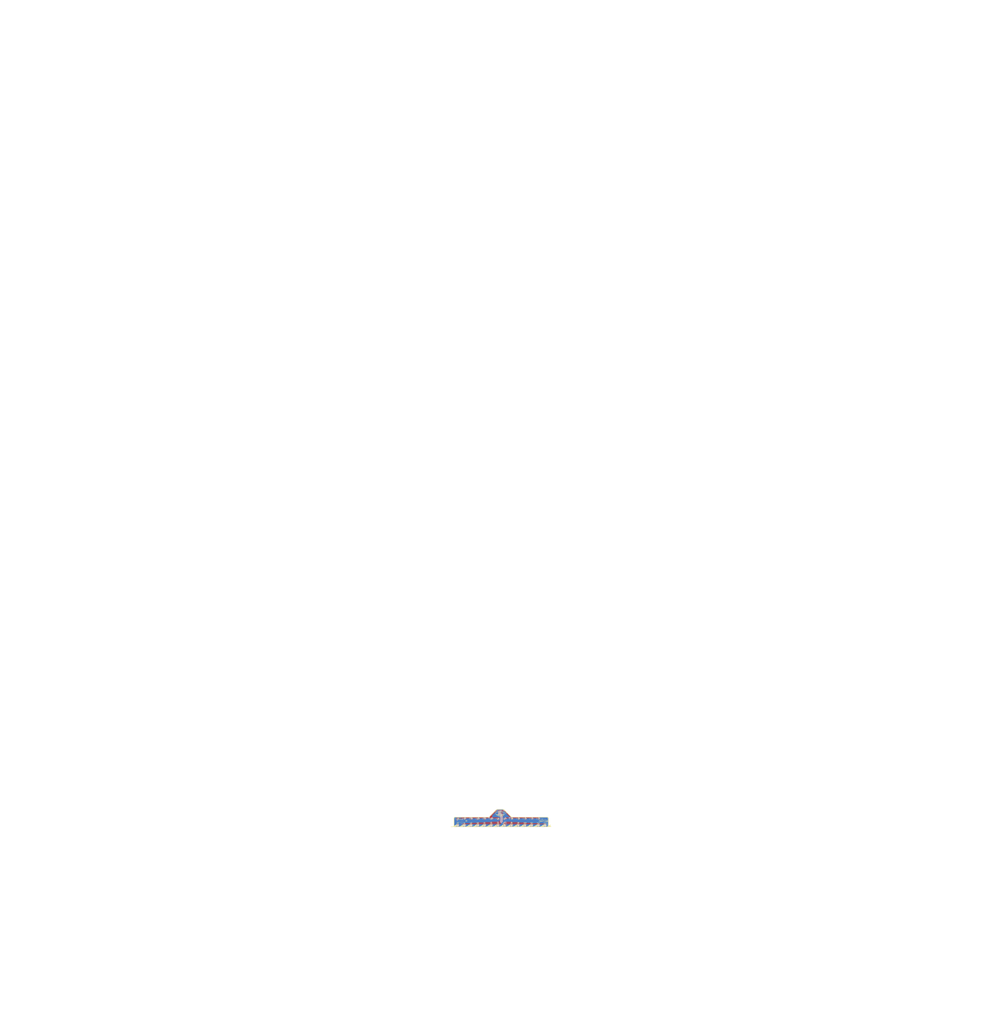
<source format=kicad_pcb>
(kicad_pcb
	(version 20240108)
	(generator "pcbnew")
	(generator_version "8.0")
	(general
		(thickness 1.6)
		(legacy_teardrops no)
	)
	(paper "A4")
	(layers
		(0 "F.Cu" signal)
		(31 "B.Cu" signal)
		(32 "B.Adhes" user "B.Adhesive")
		(33 "F.Adhes" user "F.Adhesive")
		(34 "B.Paste" user)
		(35 "F.Paste" user)
		(36 "B.SilkS" user "B.Silkscreen")
		(37 "F.SilkS" user "F.Silkscreen")
		(38 "B.Mask" user)
		(39 "F.Mask" user)
		(40 "Dwgs.User" user "User.Drawings")
		(41 "Cmts.User" user "User.Comments")
		(42 "Eco1.User" user "User.Eco1")
		(43 "Eco2.User" user "User.Eco2")
		(44 "Edge.Cuts" user)
		(45 "Margin" user)
		(46 "B.CrtYd" user "B.Courtyard")
		(47 "F.CrtYd" user "F.Courtyard")
		(48 "B.Fab" user)
		(49 "F.Fab" user)
		(50 "User.1" user)
		(51 "User.2" user)
		(52 "User.3" user)
		(53 "User.4" user)
		(54 "User.5" user)
		(55 "User.6" user)
		(56 "User.7" user)
		(57 "User.8" user)
		(58 "User.9" user)
	)
	(setup
		(stackup
			(layer "F.SilkS"
				(type "Top Silk Screen")
			)
			(layer "F.Paste"
				(type "Top Solder Paste")
			)
			(layer "F.Mask"
				(type "Top Solder Mask")
				(thickness 0.01)
			)
			(layer "F.Cu"
				(type "copper")
				(thickness 0.035)
			)
			(layer "dielectric 1"
				(type "core")
				(thickness 1.51)
				(material "FR4")
				(epsilon_r 4.5)
				(loss_tangent 0.02)
			)
			(layer "B.Cu"
				(type "copper")
				(thickness 0.035)
			)
			(layer "B.Mask"
				(type "Bottom Solder Mask")
				(thickness 0.01)
			)
			(layer "B.Paste"
				(type "Bottom Solder Paste")
			)
			(layer "B.SilkS"
				(type "Bottom Silk Screen")
			)
			(copper_finish "None")
			(dielectric_constraints no)
		)
		(pad_to_mask_clearance 0)
		(allow_soldermask_bridges_in_footprints no)
		(pcbplotparams
			(layerselection 0x00010fc_ffffffff)
			(plot_on_all_layers_selection 0x0000000_00000000)
			(disableapertmacros no)
			(usegerberextensions no)
			(usegerberattributes yes)
			(usegerberadvancedattributes yes)
			(creategerberjobfile yes)
			(dashed_line_dash_ratio 12.000000)
			(dashed_line_gap_ratio 3.000000)
			(svgprecision 4)
			(plotframeref no)
			(viasonmask no)
			(mode 1)
			(useauxorigin yes)
			(hpglpennumber 1)
			(hpglpenspeed 20)
			(hpglpendiameter 15.000000)
			(pdf_front_fp_property_popups yes)
			(pdf_back_fp_property_popups yes)
			(dxfpolygonmode yes)
			(dxfimperialunits yes)
			(dxfusepcbnewfont yes)
			(psnegative no)
			(psa4output no)
			(plotreference yes)
			(plotvalue yes)
			(plotfptext yes)
			(plotinvisibletext no)
			(sketchpadsonfab no)
			(subtractmaskfromsilk no)
			(outputformat 1)
			(mirror no)
			(drillshape 0)
			(scaleselection 1)
			(outputdirectory "./gerber")
		)
	)
	(net 0 "")
	(net 1 "GND")
	(net 2 "unconnected-(U3-ALERT-Pad3)")
	(net 3 "/SDA")
	(net 4 "+3V3")
	(net 5 "/SCL")
	(net 6 "unconnected-(U6-ALERT-Pad3)")
	(net 7 "unconnected-(U7-ALERT-Pad3)")
	(net 8 "unconnected-(U1-ALERT-Pad3)")
	(net 9 "unconnected-(U2-ALERT-Pad3)")
	(net 10 "unconnected-(U4-ALERT-Pad3)")
	(net 11 "unconnected-(U5-ALERT-Pad3)")
	(net 12 "unconnected-(U8-ALERT-Pad3)")
	(net 13 "unconnected-(U9-ALERT-Pad3)")
	(net 14 "unconnected-(U10-ALERT-Pad3)")
	(net 15 "unconnected-(U11-ALERT-Pad3)")
	(net 16 "unconnected-(U12-ALERT-Pad3)")
	(net 17 "Net-(J0-Pin_13)")
	(net 18 "Net-(J0-Pin_8)")
	(net 19 "Net-(J0-Pin_17)")
	(net 20 "Net-(J0-Pin_7)")
	(net 21 "Net-(J0-Pin_15)")
	(net 22 "Net-(J0-Pin_20)")
	(net 23 "Net-(J0-Pin_12)")
	(net 24 "Net-(J0-Pin_9)")
	(net 25 "Net-(J0-Pin_11)")
	(net 26 "Net-(J0-Pin_10)")
	(net 27 "Net-(J0-Pin_14)")
	(net 28 "Net-(J0-Pin_16)")
	(net 29 "Net-(J0-Pin_19)")
	(net 30 "Net-(J0-Pin_18)")
	(net 31 "unconnected-(U0-ALERT-Pad3)")
	(net 32 "Net-(H0-Pad1)")
	(net 33 "/SDA_SW")
	(footprint "Capacitor_SMD:C_0603_1608Metric" (layer "F.Cu") (at 76.09 91.36 -90))
	(footprint "Capacitor_SMD:C_0603_1608Metric" (layer "F.Cu") (at 102.06 91.39 -90))
	(footprint "Capacitor_SMD:C_0603_1608Metric" (layer "F.Cu") (at 115.68 91.4 -90))
	(footprint "Capacitor_SMD:C_0603_1608Metric" (layer "F.Cu") (at 89.29 91.36 -90))
	(footprint "Capacitor_SMD:C_0603_1608Metric" (layer "F.Cu") (at 155.29 91.36 -90))
	(footprint "Capacitor_SMD:C_0603_1608Metric" (layer "F.Cu") (at 128.88 91.375 -90))
	(footprint "Capacitor_SMD:C_0603_1608Metric" (layer "F.Cu") (at 194.89 91.36 -90))
	(footprint "Package_DIP:DIP-4_W7.62mm_SMDSocket_SmallPads" (layer "F.Cu") (at 69.95 95.46))
	(footprint "Capacitor_SMD:C_0603_1608Metric" (layer "F.Cu") (at 142.08 91.4 -90))
	(footprint "Capacitor_SMD:C_0603_1608Metric" (layer "F.Cu") (at 208.09 91.36 -90))
	(footprint "Capacitor_SMD:C_0603_1608Metric" (layer "F.Cu") (at 62.89 91.36 -90))
	(footprint "Capacitor_SMD:C_0603_1608Metric" (layer "F.Cu") (at 221.29 91.36 -90))
	(footprint "FaSTTUBe_logos:FTLogo_small" (layer "F.Cu") (at 233.27 93.98))
	(footprint "Capacitor_SMD:C_0603_1608Metric" (layer "F.Cu") (at 181.69 91.36 -90))
	(footprint "Capacitor_SMD:C_0603_1608Metric" (layer "F.Cu") (at 168.49 91.36 -90))
	(footprint "Package_SON:WSON-8-1EP_2x2mm_P0.5mm_EP0.9x1.6mm_ThermalVias" (layer "B.Cu") (at 158.49 91.36 180))
	(footprint "MV_Abnehmerplatine:0921-1-15-20-75-14-11-0" (layer "B.Cu") (at 170.690002 104.015 180))
	(footprint "Package_SON:WSON-8-1EP_2x2mm_P0.5mm_EP0.9x1.6mm_ThermalVias" (layer "B.Cu") (at 105.69 91.36 180))
	(footprint "MV_Abnehmerplatine:0921-1-15-20-75-14-11-0" (layer "B.Cu") (at 117.89 104.015001 180))
	(footprint "MV_Abnehmerplatine:0921-1-15-20-75-14-11-0" (layer "B.Cu") (at 78.29 104.02 180))
	(footprint "Package_SON:WSON-8-1EP_2x2mm_P0.5mm_EP0.9x1.6mm_ThermalVias" (layer "B.Cu") (at 92.49 91.36 180))
	(footprint "Package_SON:WSON-8-1EP_2x2mm_P0.5mm_EP0.9x1.6mm_ThermalVias" (layer "B.Cu") (at 198.09 91.36 180))
	(footprint "MV_Abnehmerplatine:533092070" (layer "B.Cu") (at 148.61 76.27))
	(footprint "Package_SON:WSON-8-1EP_2x2mm_P0.5mm_EP0.9x1.6mm_ThermalVias" (layer "B.Cu") (at 118.89 91.36 180))
	(footprint "MV_Abnehmerplatine:0921-1-15-20-75-14-11-0" (layer "B.Cu") (at 65.09 104.02 180))
	(footprint "Package_SON:WSON-8-1EP_2x2mm_P0.5mm_EP0.9x1.6mm_ThermalVias" (layer "B.Cu") (at 145.29 91.36 180))
	(footprint "MV_Abnehmerplatine:0921-1-15-20-75-14-11-0" (layer "B.Cu") (at 197.090002 104.015 180))
	(footprint "MV_Abnehmerplatine:0921-1-15-20-75-14-11-0" (layer "B.Cu") (at 104.7 104.015 180))
	(footprint "Package_SON:WSON-8-1EP_2x2mm_P0.5mm_EP0.9x1.6mm_ThermalVias" (layer "B.Cu") (at 79.29 91.36 180))
	(footprint "MV_Abnehmerplatine:0921-1-15-20-75-14-11-0" (layer "B.Cu") (at 210.29 104.015 180))
	(footprint "Package_SON:WSON-8-1EP_2x2mm_P0.5mm_EP0.9x1.6mm_ThermalVias" (layer "B.Cu") (at 224.49 91.36 180))
	(footprint "Package_SON:WSON-8-1EP_2x2mm_P0.5mm_EP0.9x1.6mm_ThermalVias"
		(layer "B.Cu")
		(uuid "a29e1e97-8de6-4910-a285-e841f4c08e2d")
		(at 171.69 91.36 180)
		(descr "8-Lead Plastic WSON, 2x2mm Body, 0.5mm Pitch, WSON-8, http://www.ti.com/lit/ds/symlink/lm27761.pdf")
		(tags "WSON 8 1EP ThermalVias")
		(property "Reference" "U8"
			(at 0.38 1.9 180)
			(layer "B.SilkS")
			(uuid "cb31b50b-e530-4cd
... [704876 chars truncated]
</source>
